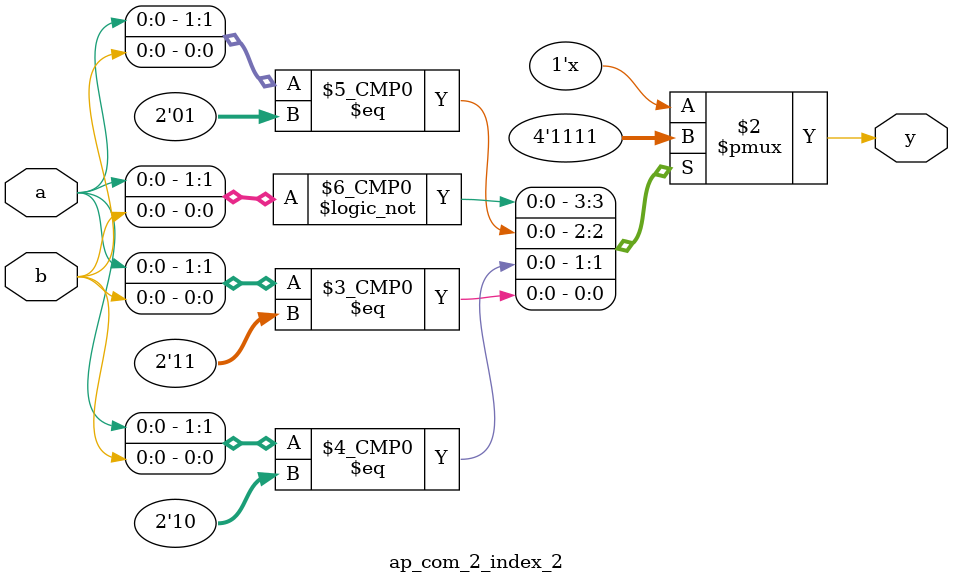
<source format=v>
module ap_com_3_index_0(
	input wire a,
	input wire b,
	input wire c,
	output reg y
);

always @(*) begin
	case({a, b, c})
		3'b000: y = 0;
		3'b001: y = 0;
		3'b010: y = 1;
		3'b011: y = 1;
		3'b100: y = 0;
		3'b101: y = 0;
		3'b110: y = 1;
		3'b111: y = 1;
		default:;
	endcase
end

endmodule


module ap_com_3_index_1(
	input wire a,
	input wire b,
	input wire c,
	output reg y
);

always @(*) begin
	case({a, b, c})
		3'b000: y = 0;
		3'b001: y = 0;
		3'b010: y = 0;
		3'b011: y = 0;
		3'b100: y = 0;
		3'b101: y = 0;
		3'b110: y = 0;
		3'b111: y = 0;
		default:;
	endcase
end

endmodule


module ap_com_2_index_2(
	input wire a,
	input wire b,
	output reg y
);

always @(*) begin
	case({a, b})
		2'b00: y = 1;
		2'b01: y = 1;
		2'b10: y = 1;
		2'b11: y = 1;
		default:;
	endcase
end

endmodule



</source>
